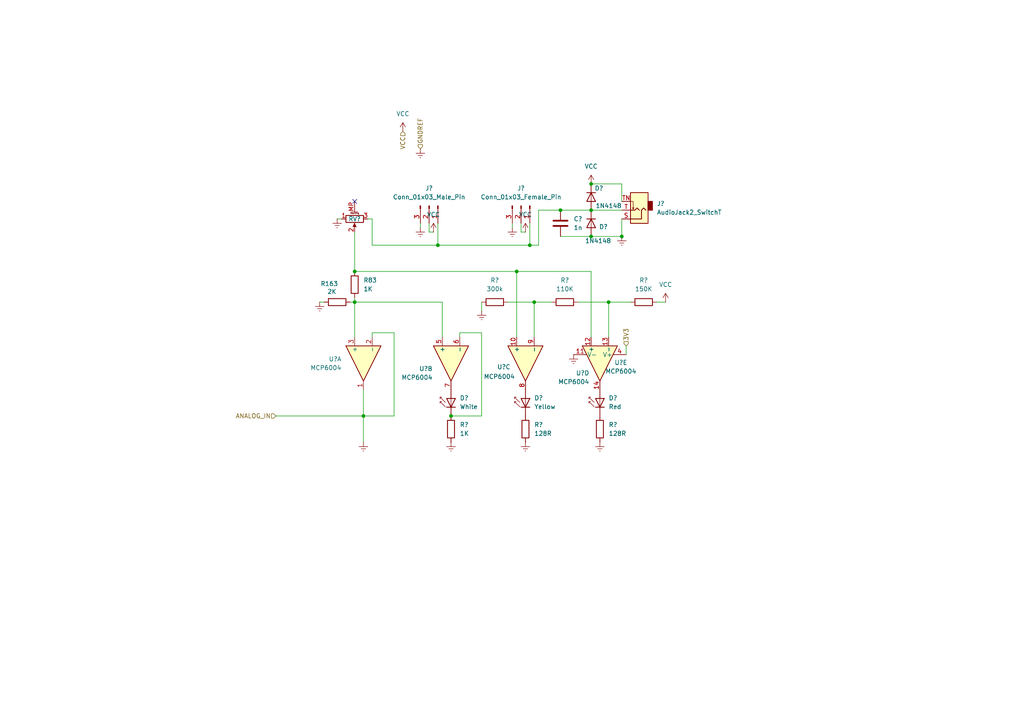
<source format=kicad_sch>
(kicad_sch (version 20250114) (generator "eeschema") (generator_version "9.0")
  (paper "A4")
  (lib_symbols
    (symbol "Amplifier_Operational:MCP6004" (pin_names (offset 0.127))
      (property "Reference" "U" (at 0 5.08 0))
      (property "Value" "MCP6004" (at 0 -5.08 0))
      (symbol "MCP6004_1_1"
        (polyline (pts (xy -5.08 5.08) (xy 5.08 0) (xy -5.08 -5.08) (xy -5.08 5.08)) (stroke (width 0.254)) (fill (type background)))
        (pin input line (at -7.62 2.54 0) (length 2.54) (name "+") (number "3"))
        (pin input line (at -7.62 -2.54 0) (length 2.54) (name "-") (number "2"))
        (pin output line (at 7.62 0 180) (length 2.54) (name "~") (number "1"))
      )
      (symbol "MCP6004_2_1"
        (polyline (pts (xy -5.08 5.08) (xy 5.08 0) (xy -5.08 -5.08) (xy -5.08 5.08)) (stroke (width 0.254)) (fill (type background)))
        (pin input line (at -7.62 2.54 0) (length 2.54) (name "+") (number "5"))
        (pin input line (at -7.62 -2.54 0) (length 2.54) (name "-") (number "6"))
        (pin output line (at 7.62 0 180) (length 2.54) (name "~") (number "7"))
      )
      (symbol "MCP6004_3_1"
        (polyline (pts (xy -5.08 5.08) (xy 5.08 0) (xy -5.08 -5.08) (xy -5.08 5.08)) (stroke (width 0.254)) (fill (type background)))
        (pin input line (at -7.62 2.54 0) (length 2.54) (name "+") (number "10"))
        (pin input line (at -7.62 -2.54 0) (length 2.54) (name "-") (number "9"))
        (pin output line (at 7.62 0 180) (length 2.54) (name "~") (number "8"))
      )
      (symbol "MCP6004_4_1"
        (polyline (pts (xy -5.08 5.08) (xy 5.08 0) (xy -5.08 -5.08) (xy -5.08 5.08)) (stroke (width 0.254)) (fill (type background)))
        (pin input line (at -7.62 2.54 0) (length 2.54) (name "+") (number "12"))
        (pin input line (at -7.62 -2.54 0) (length 2.54) (name "-") (number "13"))
        (pin output line (at 7.62 0 180) (length 2.54) (name "~") (number "14"))
      )
      (symbol "MCP6004_5_1"
        (pin power_in line (at -2.54 7.62 270) (length 3.81) (name "V+") (number "4"))
        (pin power_in line (at -2.54 -7.62 90) (length 3.81) (name "V-") (number "11"))
      )
    )
    (symbol "Connector:Conn_01x03_Pin" (pin_names (offset 1.016) (hide yes))
      (property "Reference" "J" (at 0 5.08 0))
      (property "Value" "Conn_01x03_Pin" (at 0 -5.08 0))
      (symbol "Conn_01x03_Pin_1_1"
        (rectangle (start 0.8636 2.667) (end 0 2.413) (stroke (width 0.1524)) (fill (type outline)))
        (rectangle (start 0.8636 0.127) (end 0 -0.127) (stroke (width 0.1524)) (fill (type outline)))
        (rectangle (start 0.8636 -2.413) (end 0 -2.667) (stroke (width 0.1524)) (fill (type outline)))
        (polyline (pts (xy 1.27 2.54) (xy 0.8636 2.54)) (stroke (width 0.1524)))
        (polyline (pts (xy 1.27 0) (xy 0.8636 0)) (stroke (width 0.1524)))
        (polyline (pts (xy 1.27 -2.54) (xy 0.8636 -2.54)) (stroke (width 0.1524)))
        (pin passive line (at 5.08 2.54 180) (length 3.81) (name "Pin_1") (number "1"))
        (pin passive line (at 5.08 0 180) (length 3.81) (name "Pin_2") (number "2"))
        (pin passive line (at 5.08 -2.54 180) (length 3.81) (name "Pin_3") (number "3"))
      )
    )
    (symbol "Connector_Audio:AudioJack2_SwitchT"
      (property "Reference" "J" (at 0 8.89 0))
      (property "Value" "AudioJack2_SwitchT" (at 0 6.35 0))
      (symbol "AudioJack2_SwitchT_0_1"
        (rectangle (start -2.54 0) (end -3.81 -2.54) (stroke (width 0.254)) (fill (type outline)))
        (polyline (pts (xy 0 0) (xy 0.635 -0.635) (xy 1.27 0) (xy 2.54 0)) (stroke (width 0.254)))
        (polyline (pts (xy 1.778 -0.254) (xy 2.032 -0.762)))
        (rectangle (start 2.54 3.81) (end -2.54 -5.08) (stroke (width 0.254)) (fill (type background)))
        (polyline (pts (xy 2.54 2.54) (xy -0.635 2.54) (xy -0.635 0) (xy -1.27 -0.635) (xy -1.905 0)) (stroke (width 0.254)))
        (polyline (pts (xy 2.54 -2.54) (xy 1.778 -2.54) (xy 1.778 -0.254) (xy 1.524 -0.762)))
      )
      (symbol "AudioJack2_SwitchT_1_1"
        (pin passive line (at 5.08 2.54 180) (length 2.54) (name "~") (number "S"))
        (pin passive line (at 5.08 0 180) (length 2.54) (name "~") (number "T"))
        (pin passive line (at 5.08 -2.54 180) (length 2.54) (name "~") (number "TN"))
      )
    )
    (symbol "Device:C" (pin_numbers (hide yes)) (pin_names (offset 0.254))
      (property "Reference" "C" (at 0.635 2.54 0))
      (property "Value" "C" (at 0.635 -2.54 0))
      (symbol "C_0_1"
        (polyline (pts (xy -2.032 0.762) (xy 2.032 0.762)) (stroke (width 0.508)))
        (polyline (pts (xy -2.032 -0.762) (xy 2.032 -0.762)) (stroke (width 0.508)))
      )
      (symbol "C_1_1"
        (pin passive line (at 0 3.81 270) (length 2.794) (name "~") (number "1"))
        (pin passive line (at 0 -3.81 90) (length 2.794) (name "~") (number "2"))
      )
    )
    (symbol "Device:D" (pin_numbers (hide yes)) (pin_names (offset 1.016) (hide yes))
      (property "Reference" "D" (at 0 2.54 0))
      (property "Value" "D" (at 0 -2.54 0))
      (symbol "D_0_1"
        (polyline (pts (xy -1.27 1.27) (xy -1.27 -1.27)) (stroke (width 0.254)))
        (polyline (pts (xy 1.27 1.27) (xy 1.27 -1.27) (xy -1.27 0) (xy 1.27 1.27)) (stroke (width 0.254)))
        (polyline (pts (xy 1.27 0) (xy -1.27 0)))
      )
      (symbol "D_1_1"
        (pin passive line (at -3.81 0 0) (length 2.54) (name "K") (number "1"))
        (pin passive line (at 3.81 0 180) (length 2.54) (name "A") (number "2"))
      )
    )
    (symbol "Device:R" (pin_numbers (hide yes)) (pin_names (offset 0))
      (property "Reference" "R" (at 2.032 0 90))
      (property "Value" "R" (at 0 0 90))
      (symbol "R_0_1"
        (rectangle (start -1.016 -2.54) (end 1.016 2.54) (stroke (width 0.254)))
      )
      (symbol "R_1_1"
        (pin passive line (at 0 3.81 270) (length 1.27) (name "~") (number "1"))
        (pin passive line (at 0 -3.81 90) (length 1.27) (name "~") (number "2"))
      )
    )
    (symbol "Device:R_Potentiometer_MountingPin" (pin_names (offset 1.016) (hide yes))
      (property "Reference" "RV" (at -8.255 0 90))
      (property "Value" "R_Potentiometer_MountingPin" (at -6.35 0 90))
      (symbol "R_Potentiometer_MountingPin_0_1"
        (rectangle (start 1.016 2.54) (end -1.016 -2.54) (stroke (width 0.254)))
        (polyline (pts (xy 1.143 0) (xy 2.286 0.508) (xy 2.286 -0.508)) (fill (type outline)))
        (polyline (pts (xy 2.54 0) (xy 1.524 0)))
      )
      (symbol "R_Potentiometer_MountingPin_1_1"
        (polyline (pts (xy -2.032 1.016) (xy -2.032 -1.016)) (stroke (width 0.1524)))
        (text "Mounting" (at -1.651 0 900) (effects (font (size 0.381 0.381))))
        (pin passive line (at -5.08 0 0) (length 3.048) (name "MountPin") (number "MP"))
        (pin passive line (at 0 3.81 270) (length 1.27) (name "1") (number "1"))
        (pin passive line (at 0 -3.81 90) (length 1.27) (name "3") (number "3"))
        (pin passive line (at 3.81 0 180) (length 1.27) (name "2") (number "2"))
      )
    )
    (symbol "LED:IRL81A" (pin_numbers (hide yes)) (pin_names (offset 1.016) (hide yes))
      (property "Reference" "D" (at 0.508 1.778 0))
      (property "Value" "IRL81A" (at -1.016 -2.794 0))
      (symbol "IRL81A_0_1"
        (polyline (pts (xy -2.54 1.27) (xy -2.54 -1.27)) (stroke (width 0.254)))
        (polyline (pts (xy -2.54 0) (xy 0 0)))
        (polyline (pts (xy -2.413 1.651) (xy -0.889 3.175) (xy -0.889 2.667) (xy -0.889 3.175) (xy -1.397 3.175)))
        (polyline (pts (xy -1.143 1.651) (xy 0.381 3.175) (xy 0.381 2.667)))
        (polyline (pts (xy 0 -1.27) (xy 0 1.27) (xy -2.54 0) (xy 0 -1.27)) (stroke (width 0.254)))
        (polyline (pts (xy 0.381 3.175) (xy -0.127 3.175)))
      )
      (symbol "IRL81A_1_1"
        (pin passive line (at -5.08 0 0) (length 2.54) (name "K") (number "1"))
        (pin passive line (at 2.54 0 180) (length 2.54) (name "A") (number "2"))
      )
    )
    (symbol "power:GNDREF" (power) (pin_numbers (hide yes)) (pin_names (offset 0) (hide yes))
      (property "Value" "GNDREF" (at 0 -3.81 0))
      (symbol "GNDREF_0_1"
        (polyline (pts (xy -0.635 -1.905) (xy 0.635 -1.905)))
        (polyline (pts (xy -0.127 -2.54) (xy 0.127 -2.54)))
        (polyline (pts (xy 0 -1.27) (xy 0 0)))
        (polyline (pts (xy 1.27 -1.27) (xy -1.27 -1.27)))
      )
      (symbol "GNDREF_1_1"
        (pin power_in line (at 0 0 270) (length 0) (name "~") (number "1"))
      )
    )
    (symbol "power:VCC" (power) (pin_numbers (hide yes)) (pin_names (offset 0) (hide yes))
      (property "Value" "VCC" (at 0 3.556 0))
      (symbol "VCC_0_1"
        (polyline (pts (xy -0.762 1.27) (xy 0 2.54)))
        (polyline (pts (xy 0 2.54) (xy 0.762 1.27)))
        (polyline (pts (xy 0 0) (xy 0 2.54)))
      )
      (symbol "VCC_1_1"
        (pin power_in line (at 0 0 90) (length 0) (name "~") (number "1"))
      )
    )
  )
  (junction (at 127 71.12))
  (junction (at 102.87 87.63))
  (junction (at 180.34 68.58))
  (junction (at 130.81 120.65))
  (junction (at 162.56 60.96))
  (junction (at 153.67 71.12))
  (junction (at 171.45 60.96))
  (junction (at 171.45 68.58))
  (junction (at 105.41 120.65))
  (junction (at 176.53 87.63))
  (junction (at 102.87 78.74))
  (junction (at 154.94 87.63))
  (junction (at 171.45 53.34))
  (junction (at 149.86 78.74))
  (no_connect (at 102.87 58.42))
  (wire (pts (xy 102.87 87.63) (xy 128.27 87.63)))
  (wire (pts (xy 162.56 68.58) (xy 171.45 68.58)))
  (wire (pts (xy 162.56 60.96) (xy 171.45 60.96)))
  (wire (pts (xy 124.46 64.77) (xy 124.46 67.31)))
  (wire (pts (xy 133.35 96.52) (xy 133.35 97.79)))
  (wire (pts (xy 127 71.12) (xy 153.67 71.12)))
  (wire (pts (xy 102.87 78.74) (xy 149.86 78.74)))
  (wire (pts (xy 107.95 63.5) (xy 107.95 71.12)))
  (wire (pts (xy 107.95 63.5) (xy 106.68 63.5)))
  (wire (pts (xy 167.64 87.63) (xy 176.53 87.63)))
  (wire (pts (xy 156.21 60.96) (xy 162.56 60.96)))
  (wire (pts (xy 80.01 120.65) (xy 105.41 120.65)))
  (wire (pts (xy 97.79 63.5) (xy 99.06 63.5)))
  (wire (pts (xy 153.67 71.12) (xy 156.21 71.12)))
  (wire (pts (xy 130.81 120.65) (xy 139.7 120.65)))
  (wire (pts (xy 154.94 87.63) (xy 154.94 97.79)))
  (wire (pts (xy 133.35 96.52) (xy 139.7 96.52)))
  (wire (pts (xy 152.4 67.31) (xy 151.13 67.31)))
  (wire (pts (xy 125.73 67.31) (xy 124.46 67.31)))
  (wire (pts (xy 180.34 53.34) (xy 180.34 58.42)))
  (wire (pts (xy 176.53 87.63) (xy 182.88 87.63)))
  (wire (pts (xy 107.95 96.52) (xy 114.3 96.52)))
  (wire (pts (xy 147.32 87.63) (xy 154.94 87.63)))
  (wire (pts (xy 107.95 96.52) (xy 107.95 97.79)))
  (wire (pts (xy 181.61 100.33) (xy 181.61 102.87)))
  (wire (pts (xy 180.34 68.58) (xy 180.34 63.5)))
  (wire (pts (xy 193.04 87.63) (xy 190.5 87.63)))
  (wire (pts (xy 171.45 68.58) (xy 180.34 68.58)))
  (wire (pts (xy 102.87 87.63) (xy 102.87 86.36)))
  (wire (pts (xy 102.87 87.63) (xy 102.87 97.79)))
  (wire (pts (xy 92.71 87.63) (xy 93.98 87.63)))
  (wire (pts (xy 128.27 87.63) (xy 128.27 97.79)))
  (wire (pts (xy 151.13 64.77) (xy 151.13 67.31)))
  (wire (pts (xy 153.67 64.77) (xy 153.67 71.12)))
  (wire (pts (xy 171.45 60.96) (xy 180.34 60.96)))
  (wire (pts (xy 127 64.77) (xy 127 71.12)))
  (wire (pts (xy 156.21 71.12) (xy 156.21 60.96)))
  (wire (pts (xy 148.59 64.77) (xy 148.59 66.04)))
  (wire (pts (xy 101.6 87.63) (xy 102.87 87.63)))
  (wire (pts (xy 149.86 78.74) (xy 171.45 78.74)))
  (wire (pts (xy 171.45 78.74) (xy 171.45 97.79)))
  (wire (pts (xy 107.95 71.12) (xy 127 71.12)))
  (wire (pts (xy 114.3 120.65) (xy 105.41 120.65)))
  (wire (pts (xy 171.45 53.34) (xy 180.34 53.34)))
  (wire (pts (xy 139.7 96.52) (xy 139.7 120.65)))
  (wire (pts (xy 105.41 120.65) (xy 105.41 128.27)))
  (wire (pts (xy 176.53 87.63) (xy 176.53 97.79)))
  (wire (pts (xy 149.86 78.74) (xy 149.86 97.79)))
  (wire (pts (xy 105.41 113.03) (xy 105.41 120.65)))
  (wire (pts (xy 154.94 87.63) (xy 160.02 87.63)))
  (wire (pts (xy 121.92 64.77) (xy 121.92 66.04)))
  (wire (pts (xy 102.87 67.31) (xy 102.87 78.74)))
  (wire (pts (xy 114.3 96.52) (xy 114.3 120.65)))
  (wire (pts (xy 139.7 87.63) (xy 139.7 90.17)))
  (hierarchical_label "GNDREF" (shape input) (at 121.92 43.18 90))
  (hierarchical_label "ANALOG_IN" (shape input) (at 80.01 120.65 180))
  (hierarchical_label "3V3" (shape input) (at 181.61 100.33 90))
  (hierarchical_label "VCC" (shape input) (at 116.84 38.1 270))
  (symbol (lib_id "Connector:Conn_01x03_Pin") (at 151.13 59.69 270) (unit 1)
    (property "Reference" "J?" (at 151.13 54.61 90))
    (property "Value" "Conn_01x03_Female_Pin" (at 151.13 57.15 90))
    (property "Footprint" "Connector_PinSocket_2.54mm:PinSocket_1x03_P2.54mm_Vertical" (effects (hide yes)))
    (property "Description" "Generic connector, single row, 01x03, script generated" (effects (hide yes)))
  )
  (symbol (lib_id "Device:R") (at 102.87 82.55 0) (unit 1)
    (property "Reference" "R68" (at 105.41 81.2799 0) (effects (justify left)))
    (property "Value" "1K" (at 105.41 83.8199 0) (effects (justify left)))
    (property "Footprint" "Resistor_SMD:R_0805_2012Metric" (effects (hide yes)))
    (property "Description" "Resistor" (effects (hide yes)))
    (instances (project "Oblique Palette 0.5.1 PCB Main" (path "" (reference "R83") (unit 1)) (path "" (reference "R72") (unit 1)) (path "" (reference "R105") (unit 1)) (path "" (reference "R101") (unit 1)) (path "" (reference "R94") (unit 1)) (path "" (reference "R79") (unit 1)) (path "" (reference "R68") (unit 1)) (path "" (reference "R90") (unit 1))))
  )
  (symbol (lib_id "Device:C") (at 162.56 64.77 0) (unit 1)
    (property "Reference" "C?" (at 166.37 63.4999 0) (effects (justify left)))
    (property "Value" "1n" (at 166.37 66.0399 0) (effects (justify left)))
    (property "Footprint" "Capacitor_SMD:C_0805_2012Metric" (effects (hide yes)))
    (property "Description" "Unpolarized capacitor" (effects (hide yes)))
  )
  (symbol (lib_id "Connector:Conn_01x03_Pin") (at 124.46 59.69 270) (unit 1)
    (property "Reference" "J?" (at 124.46 54.61 90))
    (property "Value" "Conn_01x03_Male_Pin" (at 124.46 57.15 90))
    (property "Footprint" "Connector_PinHeader_2.54mm:PinHeader_1x03_P2.54mm_Vertical" (effects (hide yes)))
    (property "Description" "Generic connector, single row, 01x03, script generated" (effects (hide yes)))
  )
  (symbol (lib_id "power:GNDREF") (at 139.7 90.17 0) (unit 1)
    (property "Reference" "#PWR?" (effects (hide yes)))
    (property "Value" "GNDREF" (effects (hide yes)))
    (property "Description" "Power symbol creates a global label with name \"GNDREF\" , reference supply ground" (effects (hide yes)))
  )
  (symbol (lib_id "power:GNDREF") (at 121.92 66.04 0) (unit 1)
    (property "Reference" "#PWR?" (effects (hide yes)))
    (property "Value" "GNDREF" (effects (hide yes)))
    (property "Description" "Power symbol creates a global label with name \"GNDREF\" , reference supply ground" (effects (hide yes)))
  )
  (symbol (lib_id "power:GNDREF") (at 97.79 63.5 0) (unit 1)
    (property "Reference" "#PWR?" (effects (hide yes)))
    (property "Value" "GNDREF" (effects (hide yes)))
    (property "Description" "Power symbol creates a global label with name \"GNDREF\" , reference supply ground" (effects (hide yes)))
  )
  (symbol (lib_id "Device:R") (at 173.99 124.46 0) (unit 1)
    (property "Reference" "R?" (at 176.53 123.1899 0) (effects (justify left)))
    (property "Value" "128R" (at 176.53 125.7299 0) (effects (justify left)))
    (property "Footprint" "Resistor_SMD:R_0805_2012Metric" (effects (hide yes)))
    (property "Description" "Resistor" (effects (hide yes)))
  )
  (symbol (lib_id "Amplifier_Operational:MCP6004") (at 173.99 105.41 270) (unit 5)
    (property "Reference" "U?" (at 180.086 105.156 90))
    (property "Value" "MCP6004" (at 180.086 107.696 90))
    (property "Footprint" "Package_SO:SOIC-14_3.9x8.7mm_P1.27mm" (effects (hide yes)))
    (property "Datasheet" "http://ww1.microchip.com/downloads/en/DeviceDoc/21733j.pdf" (effects (hide yes)))
    (property "Description" "1MHz, Low-Power Op Amp, DIP-14/SOIC-14/TSSOP-14" (effects (hide yes)))
  )
  (symbol (lib_id "Device:R") (at 97.79 87.63 270) (unit 1)
    (property "Reference" "R160" (at 95.504 82.296 90))
    (property "Value" "2K" (at 96.266 84.582 90))
    (property "Footprint" "Resistor_SMD:R_0805_2012Metric" (effects (hide yes)))
    (property "Description" "Resistor" (effects (hide yes)))
    (instances (project "Oblique Palette 0.5.1 PCB Main" (path "" (reference "R163") (unit 1)) (path "" (reference "R161") (unit 1)) (path "" (reference "R167") (unit 1)) (path "" (reference "R166") (unit 1)) (path "" (reference "R165") (unit 1)) (path "" (reference "R162") (unit 1)) (path "" (reference "R160") (unit 1)) (path "" (reference "R164") (unit 1))))
  )
  (symbol (lib_id "Amplifier_Operational:MCP6004") (at 105.41 105.41 90) (mirror x) (unit 1)
    (property "Reference" "U?" (at 99.06 104.1399 90) (effects (justify left)))
    (property "Value" "MCP6004" (at 99.06 106.6799 90) (effects (justify left)))
    (property "Footprint" "Package_SO:SOIC-14_3.9x8.7mm_P1.27mm" (effects (hide yes)))
    (property "Datasheet" "http://ww1.microchip.com/downloads/en/DeviceDoc/21733j.pdf" (effects (hide yes)))
    (property "Description" "1MHz, Low-Power Op Amp, DIP-14/SOIC-14/TSSOP-14" (effects (hide yes)))
  )
  (symbol (lib_id "power:VCC") (at 193.04 87.63 0) (unit 1)
    (property "Reference" "#PWR?" (effects (hide yes)))
    (property "Value" "VCC" (at 193.04 82.55 0))
    (property "Description" "Power symbol creates a global label with name \"VCC\"" (effects (hide yes)))
  )
  (symbol (lib_id "power:GNDREF") (at 130.81 128.27 0) (unit 1)
    (property "Reference" "#PWR?" (effects (hide yes)))
    (property "Value" "GNDREF" (effects (hide yes)))
    (property "Description" "Power symbol creates a global label with name \"GNDREF\" , reference supply ground" (effects (hide yes)))
  )
  (symbol (lib_id "Amplifier_Operational:MCP6004") (at 152.4 105.41 90) (mirror x) (unit 3)
    (property "Reference" "U?" (at 148.082 106.426 90) (effects (justify left)))
    (property "Value" "MCP6004" (at 149.352 109.22 90) (effects (justify left)))
    (property "Footprint" "Package_SO:SOIC-14_3.9x8.7mm_P1.27mm" (effects (hide yes)))
    (property "Datasheet" "http://ww1.microchip.com/downloads/en/DeviceDoc/21733j.pdf" (effects (hide yes)))
    (property "Description" "1MHz, Low-Power Op Amp, DIP-14/SOIC-14/TSSOP-14" (effects (hide yes)))
  )
  (symbol (lib_id "power:VCC") (at 152.4 67.31 0) (unit 1)
    (property "Reference" "#PWR?" (effects (hide yes)))
    (property "Value" "VCC" (at 152.4 62.23 0))
    (property "Description" "Power symbol creates a global label with name \"VCC\"" (effects (hide yes)))
  )
  (symbol (lib_id "power:VCC") (at 171.45 53.34 0) (unit 1)
    (property "Reference" "#PWR?" (effects (hide yes)))
    (property "Value" "VCC" (at 171.45 48.26 0))
    (property "Description" "Power symbol creates a global label with name \"VCC\"" (effects (hide yes)))
  )
  (symbol (lib_id "power:GNDREF") (at 166.37 102.87 0) (unit 1)
    (property "Reference" "#PWR?" (effects (hide yes)))
    (property "Value" "GNDREF" (effects (hide yes)))
    (property "Description" "Power symbol creates a global label with name \"GNDREF\" , reference supply ground" (effects (hide yes)))
  )
  (symbol (lib_id "power:GNDREF") (at 92.71 87.63 0) (unit 1)
    (property "Reference" "#PWR0214" (effects (hide yes)))
    (property "Value" "GNDREF" (effects (hide yes)))
    (property "Description" "Power symbol creates a global label with name \"GNDREF\" , reference supply ground" (effects (hide yes)))
    (instances (project "Oblique Palette 0.5.1 PCB Main" (path "" (reference "#PWR0231") (unit 1)) (path "" (reference "#PWR0216") (unit 1)) (path "" (reference "#PWR0261") (unit 1)) (path "" (reference "#PWR0259") (unit 1)) (path "" (reference "#PWR0246") (unit 1)) (path "" (reference "#PWR0229") (unit 1)) (path "" (reference "#PWR0214") (unit 1)) (path "" (reference "#PWR0244") (unit 1))))
  )
  (symbol (lib_id "Device:D") (at 171.45 57.15 270) (unit 1)
    (property "Reference" "D?" (at 172.466 54.61 90) (effects (justify left)))
    (property "Value" "1N4148" (at 172.72 59.69 90) (effects (justify left)))
    (property "Footprint" "Diode_SMD:D_SOD-123" (effects (hide yes)))
    (property "Description" "Diode" (effects (hide yes)))
    (property "Sim.Device" "D" (effects (hide yes)))
    (property "Sim.Pins" "1=K 2=A" (effects (hide yes)))
  )
  (symbol (lib_id "power:VCC") (at 116.84 38.1 0) (unit 1)
    (property "Reference" "#PWR?" (effects (hide yes)))
    (property "Value" "VCC" (at 116.84 33.02 0))
    (property "Description" "Power symbol creates a global label with name \"VCC\"" (effects (hide yes)))
  )
  (symbol (lib_id "Amplifier_Operational:MCP6004") (at 130.81 105.41 90) (mirror x) (unit 2)
    (property "Reference" "U?" (at 125.476 106.934 90) (effects (justify left)))
    (property "Value" "MCP6004" (at 125.476 109.474 90) (effects (justify left)))
    (property "Footprint" "Package_SO:SOIC-14_3.9x8.7mm_P1.27mm" (effects (hide yes)))
    (property "Datasheet" "http://ww1.microchip.com/downloads/en/DeviceDoc/21733j.pdf" (effects (hide yes)))
    (property "Description" "1MHz, Low-Power Op Amp, DIP-14/SOIC-14/TSSOP-14" (effects (hide yes)))
  )
  (symbol (lib_id "power:GNDREF") (at 173.99 128.27 0) (unit 1)
    (property "Reference" "#PWR?" (effects (hide yes)))
    (property "Value" "GNDREF" (effects (hide yes)))
    (property "Description" "Power symbol creates a global label with name \"GNDREF\" , reference supply ground" (effects (hide yes)))
  )
  (symbol (lib_id "Device:D") (at 171.45 64.77 270) (unit 1)
    (property "Reference" "D?" (at 173.736 65.786 90) (effects (justify left)))
    (property "Value" "1N4148" (at 169.672 69.85 90) (effects (justify left)))
    (property "Footprint" "Diode_SMD:D_SOD-123" (effects (hide yes)))
    (property "Description" "Diode" (effects (hide yes)))
    (property "Sim.Device" "D" (effects (hide yes)))
    (property "Sim.Pins" "1=K 2=A" (effects (hide yes)))
  )
  (symbol (lib_id "LED:IRL81A") (at 130.81 115.57 90) (unit 1)
    (property "Reference" "D?" (at 133.35 115.4429 90) (effects (justify right)))
    (property "Value" "White" (at 133.35 117.9829 90) (effects (justify right)))
    (property "Footprint" "LED_THT:LED_SideEmitter_Rectangular_W4.5mm_H1.6mm" (effects (hide yes)))
    (property "Datasheet" "http://www.osram-os.com/Graphics/XPic0/00203825_0.pdf" (effects (hide yes)))
    (property "Description" "850nm High Power Infrared Emitter, Side-Emitter package" (effects (hide yes)))
  )
  (symbol (lib_id "Device:R") (at 130.81 124.46 0) (unit 1)
    (property "Reference" "R?" (at 133.35 123.1899 0) (effects (justify left)))
    (property "Value" "1K" (at 133.35 125.7299 0) (effects (justify left)))
    (property "Footprint" "Resistor_SMD:R_0805_2012Metric" (effects (hide yes)))
    (property "Description" "Resistor" (effects (hide yes)))
  )
  (symbol (lib_id "Amplifier_Operational:MCP6004") (at 173.99 105.41 90) (mirror x) (unit 4)
    (property "Reference" "U?" (at 170.942 108.204 90) (effects (justify left)))
    (property "Value" "MCP6004" (at 170.942 110.744 90) (effects (justify left)))
    (property "Footprint" "Package_SO:SOIC-14_3.9x8.7mm_P1.27mm" (effects (hide yes)))
    (property "Datasheet" "http://ww1.microchip.com/downloads/en/DeviceDoc/21733j.pdf" (effects (hide yes)))
    (property "Description" "1MHz, Low-Power Op Amp, DIP-14/SOIC-14/TSSOP-14" (effects (hide yes)))
  )
  (symbol (lib_id "power:GNDREF") (at 180.34 68.58 0) (unit 1)
    (property "Reference" "#PWR?" (effects (hide yes)))
    (property "Value" "GNDREF" (effects (hide yes)))
    (property "Description" "Power symbol creates a global label with name \"GNDREF\" , reference supply ground" (effects (hide yes)))
  )
  (symbol (lib_id "power:GNDREF") (at 121.92 43.18 0) (unit 1)
    (property "Reference" "#PWR?" (effects (hide yes)))
    (property "Value" "GNDREF" (effects (hide yes)))
    (property "Description" "Power symbol creates a global label with name \"GNDREF\" , reference supply ground" (effects (hide yes)))
  )
  (symbol (lib_id "Device:R") (at 152.4 124.46 0) (unit 1)
    (property "Reference" "R?" (at 154.94 123.1899 0) (effects (justify left)))
    (property "Value" "128R" (at 154.94 125.7299 0) (effects (justify left)))
    (property "Footprint" "Resistor_SMD:R_0805_2012Metric" (effects (hide yes)))
    (property "Description" "Resistor" (effects (hide yes)))
  )
  (symbol (lib_id "power:GNDREF") (at 105.41 128.27 0) (unit 1)
    (property "Reference" "#PWR?" (effects (hide yes)))
    (property "Value" "GNDREF" (effects (hide yes)))
    (property "Description" "Power symbol creates a global label with name \"GNDREF\" , reference supply ground" (effects (hide yes)))
  )
  (symbol (lib_id "Device:R") (at 163.83 87.63 90) (unit 1)
    (property "Reference" "R?" (at 163.83 81.28 90))
    (property "Value" "110K" (at 163.83 83.82 90))
    (property "Footprint" "Resistor_SMD:R_0805_2012Metric" (effects (hide yes)))
    (property "Description" "Resistor" (effects (hide yes)))
  )
  (symbol (lib_id "LED:IRL81A") (at 152.4 115.57 90) (unit 1)
    (property "Reference" "D?" (at 154.94 115.4429 90) (effects (justify right)))
    (property "Value" "Yellow" (at 154.94 117.9829 90) (effects (justify right)))
    (property "Footprint" "LED_THT:LED_SideEmitter_Rectangular_W4.5mm_H1.6mm" (effects (hide yes)))
    (property "Datasheet" "http://www.osram-os.com/Graphics/XPic0/00203825_0.pdf" (effects (hide yes)))
    (property "Description" "850nm High Power Infrared Emitter, Side-Emitter package" (effects (hide yes)))
  )
  (symbol (lib_id "Device:R") (at 186.69 87.63 90) (unit 1)
    (property "Reference" "R?" (at 186.69 81.28 90))
    (property "Value" "150K" (at 186.69 83.82 90))
    (property "Footprint" "Resistor_SMD:R_0805_2012Metric" (effects (hide yes)))
    (property "Description" "Resistor" (effects (hide yes)))
  )
  (symbol (lib_id "power:GNDREF") (at 152.4 128.27 0) (unit 1)
    (property "Reference" "#PWR?" (effects (hide yes)))
    (property "Value" "GNDREF" (effects (hide yes)))
    (property "Description" "Power symbol creates a global label with name \"GNDREF\" , reference supply ground" (effects (hide yes)))
  )
  (symbol (lib_id "Device:R_Potentiometer_MountingPin") (at 102.87 63.5 90) (mirror x) (unit 1)
    (property "Reference" "RV?" (at 102.87 63.5 90))
    (property "Value" "R_Potentiometer_MountingPin" (effects (hide yes)))
    (property "Footprint" "Potentiometer_THT:Potentiometer_Alps_RK09K_Single_Vertical" (effects (hide yes)))
    (property "Description" "Potentiometer with a mounting pin" (effects (hide yes)))
  )
  (symbol (lib_id "Connector_Audio:AudioJack2_SwitchT") (at 185.42 60.96 180) (unit 1)
    (property "Reference" "J?" (at 190.5 59.0549 0) (effects (justify right)))
    (property "Value" "AudioJack2_SwitchT" (at 190.5 61.5949 0) (effects (justify right)))
    (property "Footprint" "Connector_Audio:Jack_3.5mm_QingPu_WQP-PJ398SM_Vertical_CircularHoles" (effects (hide yes)))
    (property "Description" "Audio Jack, 2 Poles (Mono / TS), Switched T Pole (Normalling)" (effects (hide yes)))
  )
  (symbol (lib_id "LED:IRL81A") (at 173.99 115.57 90) (unit 1)
    (property "Reference" "D?" (at 176.53 115.4429 90) (effects (justify right)))
    (property "Value" "Red" (at 176.53 117.9829 90) (effects (justify right)))
    (property "Footprint" "LED_THT:LED_SideEmitter_Rectangular_W4.5mm_H1.6mm" (effects (hide yes)))
    (property "Datasheet" "http://www.osram-os.com/Graphics/XPic0/00203825_0.pdf" (effects (hide yes)))
    (property "Description" "850nm High Power Infrared Emitter, Side-Emitter package" (effects (hide yes)))
  )
  (symbol (lib_id "power:VCC") (at 125.73 67.31 0) (unit 1)
    (property "Reference" "#PWR?" (effects (hide yes)))
    (property "Value" "VCC" (at 125.73 62.23 0))
    (property "Description" "Power symbol creates a global label with name \"VCC\"" (effects (hide yes)))
  )
  (symbol (lib_id "Device:R") (at 143.51 87.63 90) (unit 1)
    (property "Reference" "R?" (at 143.51 81.28 90))
    (property "Value" "300k" (at 143.51 83.82 90))
    (property "Footprint" "Resistor_SMD:R_0805_2012Metric" (effects (hide yes)))
    (property "Description" "Resistor" (effects (hide yes)))
  )
  (symbol (lib_id "power:GNDREF") (at 148.59 66.04 0) (unit 1)
    (property "Reference" "#PWR?" (effects (hide yes)))
    (property "Value" "GNDREF" (effects (hide yes)))
    (property "Description" "Power symbol creates a global label with name \"GNDREF\" , reference supply ground" (effects (hide yes)))
  )
)
</source>
